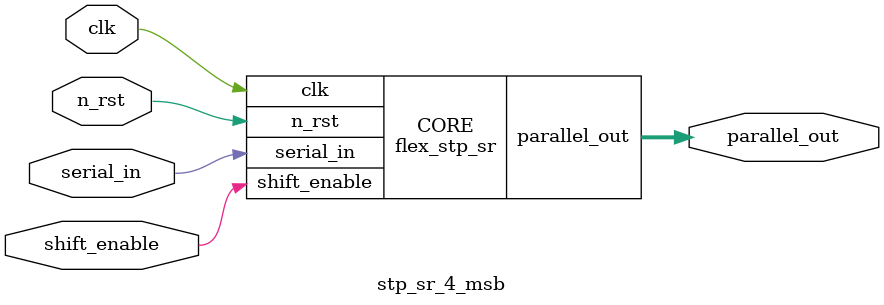
<source format=v>


module flex_stp_sr ( clk, n_rst, shift_enable, serial_in, parallel_out );
  output [3:0] parallel_out;
  input clk, n_rst, shift_enable, serial_in;
  wire   n8, n10, n12, n14, n1, n2, n3, n4;

  DFFSR \state_reg[0]  ( .D(n14), .CLK(clk), .R(1'b1), .S(n_rst), .Q(
        parallel_out[0]) );
  DFFSR \state_reg[1]  ( .D(n12), .CLK(clk), .R(1'b1), .S(n_rst), .Q(
        parallel_out[1]) );
  DFFSR \state_reg[2]  ( .D(n10), .CLK(clk), .R(1'b1), .S(n_rst), .Q(
        parallel_out[2]) );
  DFFSR \state_reg[3]  ( .D(n8), .CLK(clk), .R(1'b1), .S(n_rst), .Q(
        parallel_out[3]) );
  INVX1 U2 ( .A(n1), .Y(n8) );
  MUX2X1 U3 ( .B(parallel_out[3]), .A(parallel_out[2]), .S(shift_enable), .Y(
        n1) );
  INVX1 U4 ( .A(n2), .Y(n14) );
  MUX2X1 U5 ( .B(parallel_out[0]), .A(serial_in), .S(shift_enable), .Y(n2) );
  INVX1 U6 ( .A(n3), .Y(n12) );
  MUX2X1 U7 ( .B(parallel_out[1]), .A(parallel_out[0]), .S(shift_enable), .Y(
        n3) );
  INVX1 U8 ( .A(n4), .Y(n10) );
  MUX2X1 U9 ( .B(parallel_out[2]), .A(parallel_out[1]), .S(shift_enable), .Y(
        n4) );
endmodule


module stp_sr_4_msb ( clk, n_rst, serial_in, shift_enable, parallel_out );
  output [3:0] parallel_out;
  input clk, n_rst, serial_in, shift_enable;


  flex_stp_sr CORE ( .clk(clk), .n_rst(n_rst), .shift_enable(shift_enable), 
        .serial_in(serial_in), .parallel_out(parallel_out) );
endmodule


</source>
